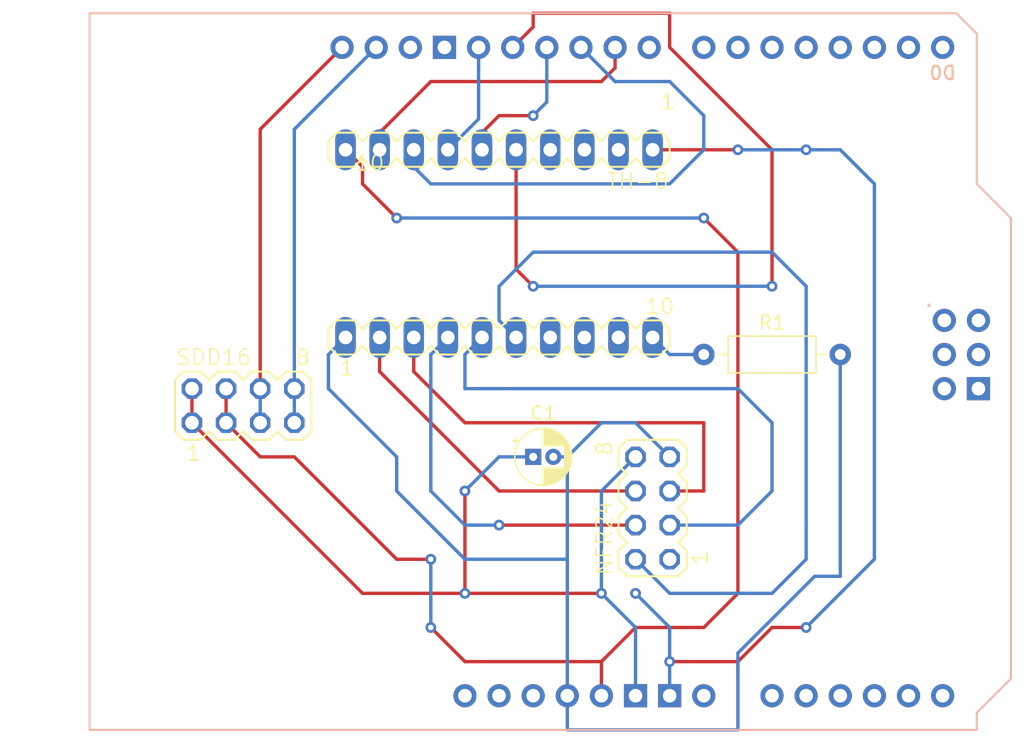
<source format=kicad_pcb>
(kicad_pcb (version 20221018) (generator pcbnew)
  (layers (0 "F.Cu" signal) (31 "B.Cu" signal) (34 "B.Paste" user) (35 "F.Paste" user) (36 "B.SilkS" user "B.Silkscreen") (37 "F.SilkS" user "F.Silkscreen") (38 "B.Mask" user) (39 "F.Mask" user) (44 "Edge.Cuts" user))
  (net 0 "")
  (footprint "Arduino_Shiel_Claudio_3:MA04-2" (layer "F.Cu") (at 59.69 102.87)
    (fp_text reference "SDD16" (at -5.08 -2.921) (layer "F.SilkS") (effects (font (size 1.1557 1.1557) (thickness 0.1143)) (justify left bottom)))
    (fp_text value "")
    (fp_text user "8" (at 3.81 -2.921) (layer "F.SilkS") (effects (font (size 1.143 1.143) (thickness 0.127)) (justify left bottom)))
    (fp_text user "1" (at -4.318 4.191) (layer "F.SilkS") (effects (font (size 1.143 1.143) (thickness 0.127)) (justify left bottom)))
    (fp_line (start -5.08 -1.905) (end -5.08 1.905) (stroke (width 0.1524)) (layer "F.SilkS"))
    (fp_line (start -5.08 1.905) (end -4.445 2.54) (stroke (width 0.1524)) (layer "F.SilkS"))
    (fp_line (start -4.445 -2.54) (end -5.08 -1.905) (stroke (width 0.1524)) (layer "F.SilkS"))
    (fp_line (start -4.445 -2.54) (end -3.175 -2.54) (stroke (width 0.1524)) (layer "F.SilkS"))
    (fp_line (start -3.175 -2.54) (end -2.54 -1.905) (stroke (width 0.1524)) (layer "F.SilkS"))
    (fp_line (start -3.175 2.54) (end -4.445 2.54) (stroke (width 0.1524)) (layer "F.SilkS"))
    (fp_line (start -2.54 -1.905) (end -1.905 -2.54) (stroke (width 0.1524)) (layer "F.SilkS"))
    (fp_line (start -2.54 1.905) (end -3.175 2.54) (stroke (width 0.1524)) (layer "F.SilkS"))
    (fp_line (start -1.905 -2.54) (end -0.635 -2.54) (stroke (width 0.1524)) (layer "F.SilkS"))
    (fp_line (start -1.905 2.54) (end -2.54 1.905) (stroke (width 0.1524)) (layer "F.SilkS"))
    (fp_line (start -0.635 -2.54) (end 0 -1.905) (stroke (width 0.1524)) (layer "F.SilkS"))
    (fp_line (start -0.635 2.54) (end -1.905 2.54) (stroke (width 0.1524)) (layer "F.SilkS"))
    (fp_line (start 0 -1.905) (end 0.635 -2.54) (stroke (width 0.1524)) (layer "F.SilkS"))
    (fp_line (start 0 1.905) (end -0.635 2.54) (stroke (width 0.1524)) (layer "F.SilkS"))
    (fp_line (start 0.635 -2.54) (end 1.905 -2.54) (stroke (width 0.1524)) (layer "F.SilkS"))
    (fp_line (start 0.635 2.54) (end 0 1.905) (stroke (width 0.1524)) (layer "F.SilkS"))
    (fp_line (start 1.905 -2.54) (end 2.54 -1.905) (stroke (width 0.1524)) (layer "F.SilkS"))
    (fp_line (start 1.905 2.54) (end 0.635 2.54) (stroke (width 0.1524)) (layer "F.SilkS"))
    (fp_line (start 2.54 1.905) (end 1.905 2.54) (stroke (width 0.1524)) (layer "F.SilkS"))
    (fp_line (start 2.54 1.905) (end 3.175 2.54) (stroke (width 0.1524)) (layer "F.SilkS"))
    (fp_line (start 3.175 -2.54) (end 2.54 -1.905) (stroke (width 0.1524)) (layer "F.SilkS"))
    (fp_line (start 3.175 -2.54) (end 4.445 -2.54) (stroke (width 0.1524)) (layer "F.SilkS"))
    (fp_line (start 4.445 -2.54) (end 5.08 -1.905) (stroke (width 0.1524)) (layer "F.SilkS"))
    (fp_line (start 4.445 2.54) (end 3.175 2.54) (stroke (width 0.1524)) (layer "F.SilkS"))
    (fp_line (start 5.08 -1.905) (end 5.08 1.905) (stroke (width 0.1524)) (layer "F.SilkS"))
    (fp_line (start 5.08 1.905) (end 4.445 2.54) (stroke (width 0.1524)) (layer "F.SilkS"))
    (pad "1" thru_hole roundrect (at -3.81 1.27) (size 1.524 1.524) (drill 1.016) (layers "*.Cu" "*.Mask") (chamfer_ratio 0.2928932188) (chamfer top_left top_right bottom_left bottom_right))
    (pad "2" thru_hole roundrect (at -3.81 -1.27) (size 1.524 1.524) (drill 1.016) (layers "*.Cu" "*.Mask") (chamfer_ratio 0.2928932188) (chamfer top_left top_right bottom_left bottom_right))
    (pad "3" thru_hole roundrect (at -1.27 1.27) (size 1.524 1.524) (drill 1.016) (layers "*.Cu" "*.Mask") (chamfer_ratio 0.2928932188) (chamfer top_left top_right bottom_left bottom_right))
    (pad "4" thru_hole roundrect (at -1.27 -1.27) (size 1.524 1.524) (drill 1.016) (layers "*.Cu" "*.Mask") (chamfer_ratio 0.2928932188) (chamfer top_left top_right bottom_left bottom_right))
    (pad "5" thru_hole roundrect (at 1.27 1.27) (size 1.524 1.524) (drill 1.016) (layers "*.Cu" "*.Mask") (chamfer_ratio 0.2928932188) (chamfer top_left top_right bottom_left bottom_right))
    (pad "6" thru_hole roundrect (at 1.27 -1.27) (size 1.524 1.524) (drill 1.016) (layers "*.Cu" "*.Mask") (chamfer_ratio 0.2928932188) (chamfer top_left top_right bottom_left bottom_right))
    (pad "7" thru_hole roundrect (at 3.81 1.27) (size 1.524 1.524) (drill 1.016) (layers "*.Cu" "*.Mask") (chamfer_ratio 0.2928932188) (chamfer top_left top_right bottom_left bottom_right))
    (pad "8" thru_hole roundrect (at 3.81 -1.27) (size 1.524 1.524) (drill 1.016) (layers "*.Cu" "*.Mask") (chamfer_ratio 0.2928932188) (chamfer top_left top_right bottom_left bottom_right))
  )
  (footprint "arduino-library:Arduino_Uno_R3_Shield" (layer "F.Cu") (at 48.26 127)
    (fp_text reference "A**" hide)
    (fp_text value "Arduino_Uno_R3_Shield" hide)
    (fp_text user "." (at 62.484 -32.004) (layer "B.SilkS"))
    (fp_text user "D0" (at 63.5 -48.895 unlocked) (layer "B.SilkS") (effects (justify mirror)))
    (fp_text user "." (at 62.484 -32.004) (layer "F.SilkS"))
    (fp_text user "D0" (at 63.5 -48.895 unlocked) (layer "F.SilkS"))
    (fp_line (start 0 -53.34) (end 0 0) (stroke (width 0.15)) (layer "B.SilkS"))
    (fp_line (start 0 -53.34) (end 64.516 -53.34) (stroke (width 0.15)) (layer "B.SilkS"))
    (fp_line (start 0 0) (end 66.04 0) (stroke (width 0.15)) (layer "B.SilkS"))
    (fp_line (start 64.516 -53.34) (end 66.04 -51.816) (stroke (width 0.15)) (layer "B.SilkS"))
    (fp_line (start 66.04 -40.64) (end 66.04 -51.816) (stroke (width 0.15)) (layer "B.SilkS"))
    (fp_line (start 66.04 -1.27) (end 68.58 -3.81) (stroke (width 0.15)) (layer "B.SilkS"))
    (fp_line (start 66.04 0) (end 66.04 -1.27) (stroke (width 0.15)) (layer "B.SilkS"))
    (fp_line (start 68.58 -38.1) (end 66.04 -40.64) (stroke (width 0.15)) (layer "B.SilkS"))
    (fp_line (start 68.58 -3.81) (end 68.58 -38.1) (stroke (width 0.15)) (layer "B.SilkS"))
    (pad "" np_thru_hole circle (at 13.97 -2.54) (size 3.2 3.2) (drill 3.2) (layers "*.Cu" "*.Mask"))
    (pad "" np_thru_hole circle (at 15.24 -50.8) (size 3.2 3.2) (drill 3.2) (layers "*.Cu" "*.Mask"))
    (pad "" thru_hole oval (at 27.94 -2.54) (size 1.7272 1.7272) (drill 1.016) (layers "*.Cu" "*.Mask"))
    (pad "" np_thru_hole circle (at 66.04 -35.56) (size 3.2 3.2) (drill 3.2) (layers "*.Cu" "*.Mask"))
    (pad "" np_thru_hole circle (at 66.04 -7.62) (size 3.2 3.2) (drill 3.2) (layers "*.Cu" "*.Mask"))
    (pad "3V3" thru_hole oval (at 35.56 -2.54) (size 1.7272 1.7272) (drill 1.016) (layers "*.Cu" "*.Mask"))
    (pad "5V1" thru_hole oval (at 38.1 -2.54) (size 1.7272 1.7272) (drill 1.016) (layers "*.Cu" "*.Mask"))
    (pad "5V2" thru_hole oval (at 66.167 -30.48) (size 1.7272 1.7272) (drill 1.016) (layers "*.Cu" "*.Mask"))
    (pad "A0" thru_hole oval (at 50.8 -2.54) (size 1.7272 1.7272) (drill 1.016) (layers "*.Cu" "*.Mask"))
    (pad "A1" thru_hole oval (at 53.34 -2.54) (size 1.7272 1.7272) (drill 1.016) (layers "*.Cu" "*.Mask"))
    (pad "A2" thru_hole oval (at 55.88 -2.54) (size 1.7272 1.7272) (drill 1.016) (layers "*.Cu" "*.Mask"))
    (pad "A3" thru_hole oval (at 58.42 -2.54) (size 1.7272 1.7272) (drill 1.016) (layers "*.Cu" "*.Mask"))
    (pad "A4" thru_hole oval (at 60.96 -2.54) (size 1.7272 1.7272) (drill 1.016) (layers "*.Cu" "*.Mask"))
    (pad "A5" thru_hole oval (at 63.5 -2.54) (size 1.7272 1.7272) (drill 1.016) (layers "*.Cu" "*.Mask"))
    (pad "AREF" thru_hole oval (at 23.876 -50.8) (size 1.7272 1.7272) (drill 1.016) (layers "*.Cu" "*.Mask"))
    (pad "D0" thru_hole oval (at 63.5 -50.8) (size 1.7272 1.7272) (drill 1.016) (layers "*.Cu" "*.Mask"))
    (pad "D1" thru_hole oval (at 60.96 -50.8) (size 1.7272 1.7272) (drill 1.016) (layers "*.Cu" "*.Mask"))
    (pad "D2" thru_hole oval (at 58.42 -50.8) (size 1.7272 1.7272) (drill 1.016) (layers "*.Cu" "*.Mask"))
    (pad "D3" thru_hole oval (at 55.88 -50.8) (size 1.7272 1.7272) (drill 1.016) (layers "*.Cu" "*.Mask"))
    (pad "D4" thru_hole oval (at 53.34 -50.8) (size 1.7272 1.7272) (drill 1.016) (layers "*.Cu" "*.Mask"))
    (pad "D5" thru_hole oval (at 50.8 -50.8) (size 1.7272 1.7272) (drill 1.016) (layers "*.Cu" "*.Mask"))
    (pad "D6" thru_hole oval (at 48.26 -50.8) (size 1.7272 1.7272) (drill 1.016) (layers "*.Cu" "*.Mask"))
    (pad "D7" thru_hole oval (at 45.72 -50.8) (size 1.7272 1.7272) (drill 1.016) (layers "*.Cu" "*.Mask"))
    (pad "D8" thru_hole oval (at 41.656 -50.8) (size 1.7272 1.7272) (drill 1.016) (layers "*.Cu" "*.Mask"))
    (pad "D9" thru_hole oval (at 39.116 -50.8) (size 1.7272 1.7272) (drill 1.016) (layers "*.Cu" "*.Mask"))
    (pad "D10" thru_hole oval (at 36.576 -50.8) (size 1.7272 1.7272) (drill 1.016) (layers "*.Cu" "*.Mask"))
    (pad "D11" thru_hole oval (at 34.036 -50.8) (size 1.7272 1.7272) (drill 1.016) (layers "*.Cu" "*.Mask"))
    (pad "D12" thru_hole oval (at 31.496 -50.8) (size 1.7272 1.7272) (drill 1.016) (layers "*.Cu" "*.Mask"))
    (pad "D13" thru_hole oval (at 28.956 -50.8) (size 1.7272 1.7272) (drill 1.016) (layers "*.Cu" "*.Mask"))
    (pad "GND1" thru_hole rect (at 26.416 -50.8) (size 1.7272 1.7272) (drill 1.016) (layers "*.Cu" "*.Mask"))
    (pad "GND2" thru_hole rect (at 40.64 -2.54) (size 1.7272 1.7272) (drill 1.016) (layers "*.Cu" "*.Mask"))
    (pad "GND3" thru_hole rect (at 43.18 -2.54) (size 1.7272 1.7272) (drill 1.016) (layers "*.Cu" "*.Mask"))
    (pad "GND4" thru_hole rect (at 66.167 -25.4) (size 1.7272 1.7272) (drill 1.016) (layers "*.Cu" "*.Mask"))
    (pad "IORF" thru_hole oval (at 30.48 -2.54) (size 1.7272 1.7272) (drill 1.016) (layers "*.Cu" "*.Mask"))
    (pad "MISO" thru_hole oval (at 63.627 -30.48) (size 1.7272 1.7272) (drill 1.016) (layers "*.Cu" "*.Mask"))
    (pad "MOSI" thru_hole oval (at 66.167 -27.94) (size 1.7272 1.7272) (drill 1.016) (layers "*.Cu" "*.Mask"))
    (pad "RST1" thru_hole oval (at 33.02 -2.54) (size 1.7272 1.7272) (drill 1.016) (layers "*.Cu" "*.Mask"))
    (pad "RST2" thru_hole oval (at 63.627 -25.4) (size 1.7272 1.7272) (drill 1.016) (layers "*.Cu" "*.Mask"))
    (pad "SCK" thru_hole oval (at 63.627 -27.94) (size 1.7272 1.7272) (drill 1.016) (layers "*.Cu" "*.Mask"))
    (pad "SCL" thru_hole oval (at 18.796 -50.8) (size 1.7272 1.7272) (drill 1.016) (layers "*.Cu" "*.Mask"))
    (pad "SDA" thru_hole oval (at 21.336 -50.8) (size 1.7272 1.7272) (drill 1.016) (layers "*.Cu" "*.Mask"))
    (pad "VIN" thru_hole oval (at 45.72 -2.54) (size 1.7272 1.7272) (drill 1.016) (layers "*.Cu" "*.Mask"))
  )
  (footprint "Arduino_Shiel_Claudio_3:MA10-1" (layer "F.Cu") (at 78.74 97.79)
    (fp_text reference "E$7" hide)
    (fp_text value "")
    (fp_text user "1" (at -11.938 2.921) (layer "F.SilkS") (effects (font (size 1.143 1.143) (thickness 0.127)) (justify left bottom)))
    (fp_text user "10" (at 10.795 -1.651) (layer "F.SilkS") (effects (font (size 1.143 1.143) (thickness 0.127)) (justify left bottom)))
    (fp_line (start -12.7 -0.635) (end -12.7 0.635) (stroke (width 0.1524)) (layer "F.SilkS"))
    (fp_line (start -12.7 0.635) (end -12.065 1.27) (stroke (width 0.1524)) (layer "F.SilkS"))
    (fp_line (start -12.065 -1.27) (end -12.7 -0.635) (stroke (width 0.1524)) (layer "F.SilkS"))
    (fp_line (start -12.065 -1.27) (end -10.795 -1.27) (stroke (width 0.1524)) (layer "F.SilkS"))
    (fp_line (start -10.795 -1.27) (end -10.16 -0.635) (stroke (width 0.1524)) (layer "F.SilkS"))
    (fp_line (start -10.795 1.27) (end -12.065 1.27) (stroke (width 0.1524)) (layer "F.SilkS"))
    (fp_line (start -10.16 -0.635) (end -9.525 -1.27) (stroke (width 0.1524)) (layer "F.SilkS"))
    (fp_line (start -10.16 0.635) (end -10.795 1.27) (stroke (width 0.1524)) (layer "F.SilkS"))
    (fp_line (start -9.525 -1.27) (end -8.255 -1.27) (stroke (width 0.1524)) (layer "F.SilkS"))
    (fp_line (start -9.525 1.27) (end -10.16 0.635) (stroke (width 0.1524)) (layer "F.SilkS"))
    (fp_line (start -8.255 -1.27) (end -7.62 -0.635) (stroke (width 0.1524)) (layer "F.SilkS"))
    (fp_line (start -8.255 1.27) (end -9.525 1.27) (stroke (width 0.1524)) (layer "F.SilkS"))
    (fp_line (start -7.62 -0.635) (end -6.985 -1.27) (stroke (width 0.1524)) (layer "F.SilkS"))
    (fp_line (start -7.62 0.635) (end -8.255 1.27) (stroke (width 0.1524)) (layer "F.SilkS"))
    (fp_line (start -6.985 -1.27) (end -5.715 -1.27) (stroke (width 0.1524)) (layer "F.SilkS"))
    (fp_line (start -6.985 1.27) (end -7.62 0.635) (stroke (width 0.1524)) (layer "F.SilkS"))
    (fp_line (start -5.715 -1.27) (end -5.08 -0.635) (stroke (width 0.1524)) (layer "F.SilkS"))
    (fp_line (start -5.715 1.27) (end -6.985 1.27) (stroke (width 0.1524)) (layer "F.SilkS"))
    (fp_line (start -5.08 0.635) (end -5.715 1.27) (stroke (width 0.1524)) (layer "F.SilkS"))
    (fp_line (start -5.08 0.635) (end -4.445 1.27) (stroke (width 0.1524)) (layer "F.SilkS"))
    (fp_line (start -4.445 -1.27) (end -5.08 -0.635) (stroke (width 0.1524)) (layer "F.SilkS"))
    (fp_line (start -4.445 -1.27) (end -3.175 -1.27) (stroke (width 0.1524)) (layer "F.SilkS"))
    (fp_line (start -3.175 -1.27) (end -2.54 -0.635) (stroke (width 0.1524)) (layer "F.SilkS"))
    (fp_line (start -3.175 1.27) (end -4.445 1.27) (stroke (width 0.1524)) (layer "F.SilkS"))
    (fp_line (start -2.54 0.635) (end -3.175 1.27) (stroke (width 0.1524)) (layer "F.SilkS"))
    (fp_line (start -2.54 0.635) (end -1.905 1.27) (stroke (width 0.1524)) (layer "F.SilkS"))
    (fp_line (start -1.905 -1.27) (end -2.54 -0.635) (stroke (width 0.1524)) (layer "F.SilkS"))
    (fp_line (start -1.905 -1.27) (end -0.635 -1.27) (stroke (width 0.1524)) (layer "F.SilkS"))
    (fp_line (start -0.635 -1.27) (end 0 -0.635) (stroke (width 0.1524)) (layer "F.SilkS"))
    (fp_line (start -0.635 1.27) (end -1.905 1.27) (stroke (width 0.1524)) (layer "F.SilkS"))
    (fp_line (start 0 -0.635) (end 0.635 -1.27) (stroke (width 0.1524)) (layer "F.SilkS"))
    (fp_line (start 0 0.635) (end -0.635 1.27) (stroke (width 0.1524)) (layer "F.SilkS"))
    (fp_line (start 0.635 -1.27) (end 1.905 -1.27) (stroke (width 0.1524)) (layer "F.SilkS"))
    (fp_line (start 0.635 1.27) (end 0 0.635) (stroke (width 0.1524)) (layer "F.SilkS"))
    (fp_line (start 1.905 -1.27) (end 2.54 -0.635) (stroke (width 0.1524)) (layer "F.SilkS"))
    (fp_line (start 1.905 1.27) (end 0.635 1.27) (stroke (width 0.1524)) (layer "F.SilkS"))
    (fp_line (start 2.54 -0.635) (end 3.175 -1.27) (stroke (width 0.1524)) (layer "F.SilkS"))
    (fp_line (start 2.54 0.635) (end 1.905 1.27) (stroke (width 0.1524)) (layer "F.SilkS"))
    (fp_line (start 3.175 -1.27) (end 4.445 -1.27) (stroke (width 0.1524)) (layer "F.SilkS"))
    (fp_line (start 3.175 1.27) (end 2.54 0.635) (stroke (width 0.1524)) (layer "F.SilkS"))
    (fp_line (start 4.445 -1.27) (end 5.08 -0.635) (stroke (width 0.1524)) (layer "F.SilkS"))
    (fp_line (start 4.445 1.27) (end 3.175 1.27) (stroke (width 0.1524)) (layer "F.SilkS"))
    (fp_line (start 5.08 0.635) (end 4.445 1.27) (stroke (width 0.1524)) (layer "F.SilkS"))
    (fp_line (start 5.08 0.635) (end 5.715 1.27) (stroke (width 0.1524)) (layer "F.SilkS"))
    (fp_line (start 5.715 -1.27) (end 5.08 -0.635) (stroke (width 0.1524)) (layer "F.SilkS"))
    (fp_line (start 5.715 -1.27) (end 6.985 -1.27) (stroke (width 0.1524)) (layer "F.SilkS"))
    (fp_line (start 6.985 -1.27) (end 7.62 -0.635) (stroke (width 0.1524)) (layer "F.SilkS"))
    (fp_line (start 6.985 1.27) (end 5.715 1.27) (stroke (width 0.1524)) (layer "F.SilkS"))
    (fp_line (start 7.62 0.635) (end 6.985 1.27) (stroke (width 0.1524)) (layer "F.SilkS"))
    (fp_line (start 7.62 0.635) (end 8.255 1.27) (stroke (width 0.1524)) (layer "F.SilkS"))
    (fp_line (start 8.255 -1.27) (end 7.62 -0.635) (stroke (width 0.1524)) (layer "F.SilkS"))
    (fp_line (start 8.255 -1.27) (end 9.525 -1.27) (stroke (width 0.1524)) (layer "F.SilkS"))
    (fp_line (start 9.525 -1.27) (end 10.16 -0.635) (stroke (width 0.1524)) (layer "F.SilkS"))
    (fp_line (start 9.525 1.27) (end 8.255 1.27) (stroke (width 0.1524)) (layer "F.SilkS"))
    (fp_line (start 10.16 -0.635) (end 10.795 -1.27) (stroke (width 0.1524)) (layer "F.SilkS"))
    (fp_line (start 10.16 0.635) (end 9.525 1.27) (stroke (width 0.1524)) (layer "F.SilkS"))
    (fp_line (start 10.795 -1.27) (end 12.065 -1.27) (stroke (width 0.1524)) (layer "F.SilkS"))
    (fp_line (start 10.795 1.27) (end 10.16 0.635) (stroke (width 0.1524)) (layer "F.SilkS"))
    (fp_line (start 12.065 -1.27) (end 12.7 -0.635) (stroke (width 0.1524)) (layer "F.SilkS"))
    (fp_line (start 12.065 1.27) (end 10.795 1.27) (stroke (width 0.1524)) (layer "F.SilkS"))
    (fp_line (start 12.7 -0.635) (end 12.7 0.635) (stroke (width 0.1524)) (layer "F.SilkS"))
    (fp_line (start 12.7 0.635) (end 12.065 1.27) (stroke (width 0.1524)) (layer "F.SilkS"))
    (pad "1" thru_hole oval (at -11.43 0 90) (size 3.048 1.524) (drill 1.016) (layers "*.Cu" "*.Mask"))
    (pad "2" thru_hole oval (at -8.89 0 90) (size 3.048 1.524) (drill 1.016) (layers "*.Cu" "*.Mask"))
    (pad "3" thru_hole oval (at -6.35 0 90) (size 3.048 1.524) (drill 1.016) (layers "*.Cu" "*.Mask"))
    (pad "4" thru_hole oval (at -3.81 0 90) (size 3.048 1.524) (drill 1.016) (layers "*.Cu" "*.Mask"))
    (pad "5" thru_hole oval (at -1.27 0 90) (size 3.048 1.524) (drill 1.016) (layers "*.Cu" "*.Mask"))
    (pad "6" thru_hole oval (at 1.27 0 90) (size 3.048 1.524) (drill 1.016) (layers "*.Cu" "*.Mask"))
    (pad "7" thru_hole oval (at 3.81 0 90) (size 3.048 1.524) (drill 1.016) (layers "*.Cu" "*.Mask"))
    (pad "8" thru_hole oval (at 6.35 0 90) (size 3.048 1.524) (drill 1.016) (layers "*.Cu" "*.Mask"))
    (pad "9" thru_hole oval (at 8.89 0 90) (size 3.048 1.524) (drill 1.016) (layers "*.Cu" "*.Mask"))
    (pad "10" thru_hole oval (at 11.43 0 90) (size 3.048 1.524) (drill 1.016) (layers "*.Cu" "*.Mask"))
  )
  (footprint "Resistor_THT:R_Axial_DIN0207_L6.3mm_D2.5mm_P10.16mm_Horizontal" (layer "F.Cu") (at 93.98 99.06)
    (fp_text reference "R1" (at 5.08 -2.37) (layer "F.SilkS"))
    (fp_text value "R_Axial_DIN0207_L6.3mm_D2.5mm_P10.16mm_Horizontal" hide)
    (fp_line (start 1.04 0) (end 1.81 0) (stroke (width 0.12)) (layer "F.SilkS"))
    (fp_line (start 1.81 -1.37) (end 1.81 1.37) (stroke (width 0.12)) (layer "F.SilkS"))
    (fp_line (start 1.81 1.37) (end 8.35 1.37) (stroke (width 0.12)) (layer "F.SilkS"))
    (fp_line (start 8.35 -1.37) (end 1.81 -1.37) (stroke (width 0.12)) (layer "F.SilkS"))
    (fp_line (start 8.35 1.37) (end 8.35 -1.37) (stroke (width 0.12)) (layer "F.SilkS"))
    (fp_line (start 9.12 0) (end 8.35 0) (stroke (width 0.12)) (layer "F.SilkS"))
    (pad "1" thru_hole circle (at 0 0) (size 1.6 1.6) (drill 0.8) (layers "*.Cu" "*.Mask"))
    (pad "2" thru_hole oval (at 10.16 0) (size 1.6 1.6) (drill 0.8) (layers "*.Cu" "*.Mask"))
  )
  (footprint "Arduino_Shiel_Claudio_3:MA04-2" (layer "F.Cu") (at 90.17 110.49 90)
    (fp_text reference "NFR24" (at -5.08 -2.921 90) (layer "F.SilkS") (effects (font (size 1.1557 1.1557) (thickness 0.1143)) (justify left bottom)))
    (fp_text value "")
    (fp_text user "8" (at 3.81 -2.921 90) (layer "F.SilkS") (effects (font (size 1.143 1.143) (thickness 0.127)) (justify left bottom)))
    (fp_text user "1" (at -4.318 4.191 90) (layer "F.SilkS") (effects (font (size 1.143 1.143) (thickness 0.127)) (justify left bottom)))
    (fp_line (start -5.08 -1.905) (end -5.08 1.905) (stroke (width 0.1524)) (layer "F.SilkS"))
    (fp_line (start -5.08 1.905) (end -4.445 2.54) (stroke (width 0.1524)) (layer "F.SilkS"))
    (fp_line (start -4.445 -2.54) (end -5.08 -1.905) (stroke (width 0.1524)) (layer "F.SilkS"))
    (fp_line (start -4.445 -2.54) (end -3.175 -2.54) (stroke (width 0.1524)) (layer "F.SilkS"))
    (fp_line (start -3.175 -2.54) (end -2.54 -1.905) (stroke (width 0.1524)) (layer "F.SilkS"))
    (fp_line (start -3.175 2.54) (end -4.445 2.54) (stroke (width 0.1524)) (layer "F.SilkS"))
    (fp_line (start -2.54 -1.905) (end -1.905 -2.54) (stroke (width 0.1524)) (layer "F.SilkS"))
    (fp_line (start -2.54 1.905) (end -3.175 2.54) (stroke (width 0.1524)) (layer "F.SilkS"))
    (fp_line (start -1.905 -2.54) (end -0.635 -2.54) (stroke (width 0.1524)) (layer "F.SilkS"))
    (fp_line (start -1.905 2.54) (end -2.54 1.905) (stroke (width 0.1524)) (layer "F.SilkS"))
    (fp_line (start -0.635 -2.54) (end 0 -1.905) (stroke (width 0.1524)) (layer "F.SilkS"))
    (fp_line (start -0.635 2.54) (end -1.905 2.54) (stroke (width 0.1524)) (layer "F.SilkS"))
    (fp_line (start 0 -1.905) (end 0.635 -2.54) (stroke (width 0.1524)) (layer "F.SilkS"))
    (fp_line (start 0 1.905) (end -0.635 2.54) (stroke (width 0.1524)) (layer "F.SilkS"))
    (fp_line (start 0.635 -2.54) (end 1.905 -2.54) (stroke (width 0.1524)) (layer "F.SilkS"))
    (fp_line (start 0.635 2.54) (end 0 1.905) (stroke (width 0.1524)) (layer "F.SilkS"))
    (fp_line (start 1.905 -2.54) (end 2.54 -1.905) (stroke (width 0.1524)) (layer "F.SilkS"))
    (fp_line (start 1.905 2.54) (end 0.635 2.54) (stroke (width 0.1524)) (layer "F.SilkS"))
    (fp_line (start 2.54 1.905) (end 1.905 2.54) (stroke (width 0.1524)) (layer "F.SilkS"))
    (fp_line (start 2.54 1.905) (end 3.175 2.54) (stroke (width 0.1524)) (layer "F.SilkS"))
    (fp_line (start 3.175 -2.54) (end 2.54 -1.905) (stroke (width 0.1524)) (layer "F.SilkS"))
    (fp_line (start 3.175 -2.54) (end 4.445 -2.54) (stroke (width 0.1524)) (layer "F.SilkS"))
    (fp_line (start 4.445 -2.54) (end 5.08 -1.905) (stroke (width 0.1524)) (layer "F.SilkS"))
    (fp_line (start 4.445 2.54) (end 3.175 2.54) (stroke (width 0.1524)) (layer "F.SilkS"))
    (fp_line (start 5.08 -1.905) (end 5.08 1.905) (stroke (width 0.1524)) (layer "F.SilkS"))
    (fp_line (start 5.08 1.905) (end 4.445 2.54) (stroke (width 0.1524)) (layer "F.SilkS"))
    (pad "1" thru_hole roundrect (at -3.81 1.27 90) (size 1.524 1.524) (drill 1.016) (layers "*.Cu" "*.Mask") (chamfer_ratio 0.2928932188) (chamfer top_left top_right bottom_left bottom_right))
    (pad "2" thru_hole roundrect (at -3.81 -1.27 90) (size 1.524 1.524) (drill 1.016) (layers "*.Cu" "*.Mask") (chamfer_ratio 0.2928932188) (chamfer top_left top_right bottom_left bottom_right))
    (pad "3" thru_hole roundrect (at -1.27 1.27 90) (size 1.524 1.524) (drill 1.016) (layers "*.Cu" "*.Mask") (chamfer_ratio 0.2928932188) (chamfer top_left top_right bottom_left bottom_right))
    (pad "4" thru_hole roundrect (at -1.27 -1.27 90) (size 1.524 1.524) (drill 1.016) (layers "*.Cu" "*.Mask") (chamfer_ratio 0.2928932188) (chamfer top_left top_right bottom_left bottom_right))
    (pad "5" thru_hole roundrect (at 1.27 1.27 90) (size 1.524 1.524) (drill 1.016) (layers "*.Cu" "*.Mask") (chamfer_ratio 0.2928932188) (chamfer top_left top_right bottom_left bottom_right))
    (pad "6" thru_hole roundrect (at 1.27 -1.27 90) (size 1.524 1.524) (drill 1.016) (layers "*.Cu" "*.Mask") (chamfer_ratio 0.2928932188) (chamfer top_left top_right bottom_left bottom_right))
    (pad "7" thru_hole roundrect (at 3.81 1.27 90) (size 1.524 1.524) (drill 1.016) (layers "*.Cu" "*.Mask") (chamfer_ratio 0.2928932188) (chamfer top_left top_right bottom_left bottom_right))
    (pad "8" thru_hole roundrect (at 3.81 -1.27 90) (size 1.524 1.524) (drill 1.016) (layers "*.Cu" "*.Mask") (chamfer_ratio 0.2928932188) (chamfer top_left top_right bottom_left bottom_right))
  )
  (footprint "Capacitor_THT:CP_Radial_D4.0mm_P1.50mm" (layer "F.Cu") (at 81.28 106.68)
    (fp_text reference "C1" (at 0.75 -3.25) (layer "F.SilkS"))
    (fp_text value "CP_Radial_D4.0mm_P1.50mm" hide)
    (fp_line (start -1.519801 -1.195) (end -1.119801 -1.195) (stroke (width 0.12)) (layer "F.SilkS"))
    (fp_line (start -1.319801 -1.395) (end -1.319801 -0.995) (stroke (width 0.12)) (layer "F.SilkS"))
    (fp_line (start 0.75 -2.08) (end 0.75 -0.84) (stroke (width 0.12)) (layer "F.SilkS"))
    (fp_line (start 0.75 0.84) (end 0.75 2.08) (stroke (width 0.12)) (layer "F.SilkS"))
    (fp_line (start 0.79 -2.08) (end 0.79 -0.84) (stroke (width 0.12)) (layer "F.SilkS"))
    (fp_line (start 0.79 0.84) (end 0.79 2.08) (stroke (width 0.12)) (layer "F.SilkS"))
    (fp_line (start 0.83 -2.079) (end 0.83 -0.84) (stroke (width 0.12)) (layer "F.SilkS"))
    (fp_line (start 0.83 0.84) (end 0.83 2.079) (stroke (width 0.12)) (layer "F.SilkS"))
    (fp_line (start 0.87 -2.077) (end 0.87 -0.84) (stroke (width 0.12)) (layer "F.SilkS"))
    (fp_line (start 0.87 0.84) (end 0.87 2.077) (stroke (width 0.12)) (layer "F.SilkS"))
    (fp_line (start 0.91 -2.074) (end 0.91 -0.84) (stroke (width 0.12)) (layer "F.SilkS"))
    (fp_line (start 0.91 0.84) (end 0.91 2.074) (stroke (width 0.12)) (layer "F.SilkS"))
    (fp_line (start 0.95 -2.071) (end 0.95 -0.84) (stroke (width 0.12)) (layer "F.SilkS"))
    (fp_line (start 0.95 0.84) (end 0.95 2.071) (stroke (width 0.12)) (layer "F.SilkS"))
    (fp_line (start 0.99 -2.067) (end 0.99 -0.84) (stroke (width 0.12)) (layer "F.SilkS"))
    (fp_line (start 0.99 0.84) (end 0.99 2.067) (stroke (width 0.12)) (layer "F.SilkS"))
    (fp_line (start 1.03 -2.062) (end 1.03 -0.84) (stroke (width 0.12)) (layer "F.SilkS"))
    (fp_line (start 1.03 0.84) (end 1.03 2.062) (stroke (width 0.12)) (layer "F.SilkS"))
    (fp_line (start 1.07 -2.056) (end 1.07 -0.84) (stroke (width 0.12)) (layer "F.SilkS"))
    (fp_line (start 1.07 0.84) (end 1.07 2.056) (stroke (width 0.12)) (layer "F.SilkS"))
    (fp_line (start 1.11 -2.05) (end 1.11 -0.84) (stroke (width 0.12)) (layer "F.SilkS"))
    (fp_line (start 1.11 0.84) (end 1.11 2.05) (stroke (width 0.12)) (layer "F.SilkS"))
    (fp_line (start 1.15 -2.042) (end 1.15 -0.84) (stroke (width 0.12)) (layer "F.SilkS"))
    (fp_line (start 1.15 0.84) (end 1.15 2.042) (stroke (width 0.12)) (layer "F.SilkS"))
    (fp_line (start 1.19 -2.034) (end 1.19 -0.84) (stroke (width 0.12)) (layer "F.SilkS"))
    (fp_line (start 1.19 0.84) (end 1.19 2.034) (stroke (width 0.12)) (layer "F.SilkS"))
    (fp_line (start 1.23 -2.025) (end 1.23 -0.84) (stroke (width 0.12)) (layer "F.SilkS"))
    (fp_line (start 1.23 0.84) (end 1.23 2.025) (stroke (width 0.12)) (layer "F.SilkS"))
    (fp_line (start 1.27 -2.016) (end 1.27 -0.84) (stroke (width 0.12)) (layer "F.SilkS"))
    (fp_line (start 1.27 0.84) (end 1.27 2.016) (stroke (width 0.12)) (layer "F.SilkS"))
    (fp_line (start 1.31 -2.005) (end 1.31 -0.84) (stroke (width 0.12)) (layer "F.SilkS"))
    (fp_line (start 1.31 0.84) (end 1.31 2.005) (stroke (width 0.12)) (layer "F.SilkS"))
    (fp_line (start 1.35 -1.994) (end 1.35 -0.84) (stroke (width 0.12)) (layer "F.SilkS"))
    (fp_line (start 1.35 0.84) (end 1.35 1.994) (stroke (width 0.12)) (layer "F.SilkS"))
    (fp_line (start 1.39 -1.982) (end 1.39 -0.84) (stroke (width 0.12)) (layer "F.SilkS"))
    (fp_line (start 1.39 0.84) (end 1.39 1.982) (stroke (width 0.12)) (layer "F.SilkS"))
    (fp_line (start 1.43 -1.968) (end 1.43 -0.84) (stroke (width 0.12)) (layer "F.SilkS"))
    (fp_line (start 1.43 0.84) (end 1.43 1.968) (stroke (width 0.12)) (layer "F.SilkS"))
    (fp_line (start 1.471 -1.954) (end 1.471 -0.84) (stroke (width 0.12)) (layer "F.SilkS"))
    (fp_line (start 1.471 0.84) (end 1.471 1.954) (stroke (width 0.12)) (layer "F.SilkS"))
    (fp_line (start 1.511 -1.94) (end 1.511 -0.84) (stroke (width 0.12)) (layer "F.SilkS"))
    (fp_line (start 1.511 0.84) (end 1.511 1.94) (stroke (width 0.12)) (layer "F.SilkS"))
    (fp_line (start 1.551 -1.924) (end 1.551 -0.84) (stroke (width 0.12)) (layer "F.SilkS"))
    (fp_line (start 1.551 0.84) (end 1.551 1.924) (stroke (width 0.12)) (layer "F.SilkS"))
    (fp_line (start 1.591 -1.907) (end 1.591 -0.84) (stroke (width 0.12)) (layer "F.SilkS"))
    (fp_line (start 1.591 0.84) (end 1.591 1.907) (stroke (width 0.12)) (layer "F.SilkS"))
    (fp_line (start 1.631 -1.889) (end 1.631 -0.84) (stroke (width 0.12)) (layer "F.SilkS"))
    (fp_line (start 1.631 0.84) (end 1.631 1.889) (stroke (width 0.12)) (layer "F.SilkS"))
    (fp_line (start 1.671 -1.87) (end 1.671 -0.84) (stroke (width 0.12)) (layer "F.SilkS"))
    (fp_line (start 1.671 0.84) (end 1.671 1.87) (stroke (width 0.12)) (layer "F.SilkS"))
    (fp_line (start 1.711 -1.851) (end 1.711 -0.84) (stroke (width 0.12)) (layer "F.SilkS"))
    (fp_line (start 1.711 0.84) (end 1.711 1.851) (stroke (width 0.12)) (layer "F.SilkS"))
    (fp_line (start 1.751 -1.83) (end 1.751 -0.84) (stroke (width 0.12)) (layer "F.SilkS"))
    (fp_line (start 1.751 0.84) (end 1.751 1.83) (stroke (width 0.12)) (layer "F.SilkS"))
    (fp_line (start 1.791 -1.808) (end 1.791 -0.84) (stroke (width 0.12)) (layer "F.SilkS"))
    (fp_line (start 1.791 0.84) (end 1.791 1.808) (stroke (width 0.12)) (layer "F.SilkS"))
    (fp_line (start 1.831 -1.785) (end 1.831 -0.84) (stroke (width 0.12)) (layer "F.SilkS"))
    (fp_line (start 1.831 0.84) (end 1.831 1.785) (stroke (width 0.12)) (layer "F.SilkS"))
    (fp_line (start 1.871 -1.76) (end 1.871 -0.84) (stroke (width 0.12)) (layer "F.SilkS"))
    (fp_line (start 1.871 0.84) (end 1.871 1.76) (stroke (width 0.12)) (layer "F.SilkS"))
    (fp_line (start 1.911 -1.735) (end 1.911 -0.84) (stroke (width 0.12)) (layer "F.SilkS"))
    (fp_line (start 1.911 0.84) (end 1.911 1.735) (stroke (width 0.12)) (layer "F.SilkS"))
    (fp_line (start 1.951 -1.708) (end 1.951 -0.84) (stroke (width 0.12)) (layer "F.SilkS"))
    (fp_line (start 1.951 0.84) (end 1.951 1.708) (stroke (width 0.12)) (layer "F.SilkS"))
    (fp_line (start 1.991 -1.68) (end 1.991 -0.84) (stroke (width 0.12)) (layer "F.SilkS"))
    (fp_line (start 1.991 0.84) (end 1.991 1.68) (stroke (width 0.12)) (layer "F.SilkS"))
    (fp_line (start 2.031 -1.65) (end 2.031 -0.84) (stroke (width 0.12)) (layer "F.SilkS"))
    (fp_line (start 2.031 0.84) (end 2.031 1.65) (stroke (width 0.12)) (layer "F.SilkS"))
    (fp_line (start 2.071 -1.619) (end 2.071 -0.84) (stroke (width 0.12)) (layer "F.SilkS"))
    (fp_line (start 2.071 0.84) (end 2.071 1.619) (stroke (width 0.12)) (layer "F.SilkS"))
    (fp_line (start 2.111 -1.587) (end 2.111 -0.84) (stroke (width 0.12)) (layer "F.SilkS"))
    (fp_line (start 2.111 0.84) (end 2.111 1.587) (stroke (width 0.12)) (layer "F.SilkS"))
    (fp_line (start 2.151 -1.552) (end 2.151 -0.84) (stroke (width 0.12)) (layer "F.SilkS"))
    (fp_line (start 2.151 0.84) (end 2.151 1.552) (stroke (width 0.12)) (layer "F.SilkS"))
    (fp_line (start 2.191 -1.516) (end 2.191 -0.84) (stroke (width 0.12)) (layer "F.SilkS"))
    (fp_line (start 2.191 0.84) (end 2.191 1.516) (stroke (width 0.12)) (layer "F.SilkS"))
    (fp_line (start 2.231 -1.478) (end 2.231 -0.84) (stroke (width 0.12)) (layer "F.SilkS"))
    (fp_line (start 2.231 0.84) (end 2.231 1.478) (stroke (width 0.12)) (layer "F.SilkS"))
    (fp_line (start 2.271 -1.438) (end 2.271 -0.84) (stroke (width 0.12)) (layer "F.SilkS"))
    (fp_line (start 2.271 0.84) (end 2.271 1.438) (stroke (width 0.12)) (layer "F.SilkS"))
    (fp_line (start 2.311 -1.396) (end 2.311 -0.84) (stroke (width 0.12)) (layer "F.SilkS"))
    (fp_line (start 2.311 0.84) (end 2.311 1.396) (stroke (width 0.12)) (layer "F.SilkS"))
    (fp_line (start 2.351 -1.351) (end 2.351 1.351) (stroke (width 0.12)) (layer "F.SilkS"))
    (fp_line (start 2.391 -1.304) (end 2.391 1.304) (stroke (width 0.12)) (layer "F.SilkS"))
    (fp_line (start 2.431 -1.254) (end 2.431 1.254) (stroke (width 0.12)) (layer "F.SilkS"))
    (fp_line (start 2.471 -1.2) (end 2.471 1.2) (stroke (width 0.12)) (layer "F.SilkS"))
    (fp_line (start 2.511 -1.142) (end 2.511 1.142) (stroke (width 0.12)) (layer "F.SilkS"))
    (fp_line (start 2.551 -1.08) (end 2.551 1.08) (stroke (width 0.12)) (layer "F.SilkS"))
    (fp_line (start 2.591 -1.013) (end 2.591 1.013) (stroke (width 0.12)) (layer "F.SilkS"))
    (fp_line (start 2.631 -0.94) (end 2.631 0.94) (stroke (width 0.12)) (layer "F.SilkS"))
    (fp_line (start 2.671 -0.859) (end 2.671 0.859) (stroke (width 0.12)) (layer "F.SilkS"))
    (fp_line (start 2.711 -0.768) (end 2.711 0.768) (stroke (width 0.12)) (layer "F.SilkS"))
    (fp_line (start 2.751 -0.664) (end 2.751 0.664) (stroke (width 0.12)) (layer "F.SilkS"))
    (fp_line (start 2.791 -0.537) (end 2.791 0.537) (stroke (width 0.12)) (layer "F.SilkS"))
    (fp_line (start 2.831 -0.37) (end 2.831 0.37) (stroke (width 0.12)) (layer "F.SilkS"))
    (fp_circle (center 0.75 0) (end 2.87 0) (stroke (width 0.12)) (fill none) (layer "F.SilkS"))
    (pad "1" thru_hole rect (at 0 0) (size 1.2 1.2) (drill 0.6) (layers "*.Cu" "*.Mask"))
    (pad "2" thru_hole circle (at 1.5 0) (size 1.2 1.2) (drill 0.6) (layers "*.Cu" "*.Mask"))
  )
  (footprint "Arduino_Shiel_Claudio_3:MA10-1" (layer "F.Cu") (at 78.74 83.82 180)
    (fp_text reference "TH-8" (at -12.7 -1.651) (layer "F.SilkS") (effects (font (size 1.1557 1.1557) (thickness 0.1143)) (justify right top)))
    (fp_text value "")
    (fp_text user "10" (at 10.795 -1.651 180) (layer "F.SilkS") (effects (font (size 1.143 1.143) (thickness 0.127)) (justify left bottom)))
    (fp_text user "1" (at -11.938 2.921 180) (layer "F.SilkS") (effects (font (size 1.143 1.143) (thickness 0.127)) (justify left bottom)))
    (fp_line (start -12.7 -0.635) (end -12.7 0.635) (stroke (width 0.1524)) (layer "F.SilkS"))
    (fp_line (start -12.7 0.635) (end -12.065 1.27) (stroke (width 0.1524)) (layer "F.SilkS"))
    (fp_line (start -12.065 -1.27) (end -12.7 -0.635) (stroke (width 0.1524)) (layer "F.SilkS"))
    (fp_line (start -12.065 -1.27) (end -10.795 -1.27) (stroke (width 0.1524)) (layer "F.SilkS"))
    (fp_line (start -10.795 -1.27) (end -10.16 -0.635) (stroke (width 0.1524)) (layer "F.SilkS"))
    (fp_line (start -10.795 1.27) (end -12.065 1.27) (stroke (width 0.1524)) (layer "F.SilkS"))
    (fp_line (start -10.16 -0.635) (end -9.525 -1.27) (stroke (width 0.1524)) (layer "F.SilkS"))
    (fp_line (start -10.16 0.635) (end -10.795 1.27) (stroke (width 0.1524)) (layer "F.SilkS"))
    (fp_line (start -9.525 -1.27) (end -8.255 -1.27) (stroke (width 0.1524)) (layer "F.SilkS"))
    (fp_line (start -9.525 1.27) (end -10.16 0.635) (stroke (width 0.1524)) (layer "F.SilkS"))
    (fp_line (start -8.255 -1.27) (end -7.62 -0.635) (stroke (width 0.1524)) (layer "F.SilkS"))
    (fp_line (start -8.255 1.27) (end -9.525 1.27) (stroke (width 0.1524)) (layer "F.SilkS"))
    (fp_line (start -7.62 -0.635) (end -6.985 -1.27) (stroke (width 0.1524)) (layer "F.SilkS"))
    (fp_line (start -7.62 0.635) (end -8.255 1.27) (stroke (width 0.1524)) (layer "F.SilkS"))
    (fp_line (start -6.985 -1.27) (end -5.715 -1.27) (stroke (width 0.1524)) (layer "F.SilkS"))
    (fp_line (start -6.985 1.27) (end -7.62 0.635) (stroke (width 0.1524)) (layer "F.SilkS"))
    (fp_line (start -5.715 -1.27) (end -5.08 -0.635) (stroke (width 0.1524)) (layer "F.SilkS"))
    (fp_line (start -5.715 1.27) (end -6.985 1.27) (stroke (width 0.1524)) (layer "F.SilkS"))
    (fp_line (start -5.08 0.635) (end -5.715 1.27) (stroke (width 0.1524)) (layer "F.SilkS"))
    (fp_line (start -5.08 0.635) (end -4.445 1.27) (stroke (width 0.1524)) (layer "F.SilkS"))
    (fp_line (start -4.445 -1.27) (end -5.08 -0.635) (stroke (width 0.1524)) (layer "F.SilkS"))
    (fp_line (start -4.445 -1.27) (end -3.175 -1.27) (stroke (width 0.1524)) (layer "F.SilkS"))
    (fp_line (start -3.175 -1.27) (end -2.54 -0.635) (stroke (width 0.1524)) (layer "F.SilkS"))
    (fp_line (start -3.175 1.27) (end -4.445 1.27) (stroke (width 0.1524)) (layer "F.SilkS"))
    (fp_line (start -2.54 0.635) (end -3.175 1.27) (stroke (width 0.1524)) (layer "F.SilkS"))
    (fp_line (start -2.54 0.635) (end -1.905 1.27) (stroke (width 0.1524)) (layer "F.SilkS"))
    (fp_line (start -1.905 -1.27) (end -2.54 -0.635) (stroke (width 0.1524)) (layer "F.SilkS"))
    (fp_line (start -1.905 -1.27) (end -0.635 -1.27) (stroke (width 0.1524)) (layer "F.SilkS"))
    (fp_line (start -0.635 -1.27) (end 0 -0.635) (stroke (width 0.1524)) (layer "F.SilkS"))
    (fp_line (start -0.635 1.27) (end -1.905 1.27) (stroke (width 0.1524)) (layer "F.SilkS"))
    (fp_line (start 0 -0.635) (end 0.635 -1.27) (stroke (width 0.1524)) (layer "F.SilkS"))
    (fp_line (start 0 0.635) (end -0.635 1.27) (stroke (width 0.1524)) (layer "F.SilkS"))
    (fp_line (start 0.635 -1.27) (end 1.905 -1.27) (stroke (width 0.1524)) (layer "F.SilkS"))
    (fp_line (start 0.635 1.27) (end 0 0.635) (stroke (width 0.1524)) (layer "F.SilkS"))
    (fp_line (start 1.905 -1.27) (end 2.54 -0.635) (stroke (width 0.1524)) (layer "F.SilkS"))
    (fp_line (start 1.905 1.27) (end 0.635 1.27) (stroke (width 0.1524)) (layer "F.SilkS"))
    (fp_line (start 2.54 -0.635) (end 3.175 -1.27) (stroke (width 0.1524)) (layer "F.SilkS"))
    (fp_line (start 2.54 0.635) (end 1.905 1.27) (stroke (width 0.1524)) (layer "F.SilkS"))
    (fp_line (start 3.175 -1.27) (end 4.445 -1.27) (stroke (width 0.1524)) (layer "F.SilkS"))
    (fp_line (start 3.175 1.27) (end 2.54 0.635) (stroke (width 0.1524)) (layer "F.SilkS"))
    (fp_line (start 4.445 -1.27) (end 5.08 -0.635) (stroke (width 0.1524)) (layer "F.SilkS"))
    (fp_line (start 4.445 1.27) (end 3.175 1.27) (stroke (width 0.1524)) (layer "F.SilkS"))
    (fp_line (start 5.08 0.635) (end 4.445 1.27) (stroke (width 0.1524)) (layer "F.SilkS"))
    (fp_line (start 5.08 0.635) (end 5.715 1.27) (stroke (width 0.1524)) (layer "F.SilkS"))
    (fp_line (start 5.715 -1.27) (end 5.08 -0.635) (stroke (width 0.1524)) (layer "F.SilkS"))
    (fp_line (start 5.715 -1.27) (end 6.985 -1.27) (stroke (width 0.1524)) (layer "F.SilkS"))
    (fp_line (start 6.985 -1.27) (end 7.62 -0.635) (stroke (width 0.1524)) (layer "F.SilkS"))
    (fp_line (start 6.985 1.27) (end 5.715 1.27) (stroke (width 0.1524)) (layer "F.SilkS"))
    (fp_line (start 7.62 0.635) (end 6.985 1.27) (stroke (width 0.1524)) (layer "F.SilkS"))
    (fp_line (start 7.62 0.635) (end 8.255 1.27) (stroke (width 0.1524)) (layer "F.SilkS"))
    (fp_line (start 8.255 -1.27) (end 7.62 -0.635) (stroke (width 0.1524)) (layer "F.SilkS"))
    (fp_line (start 8.255 -1.27) (end 9.525 -1.27) (stroke (width 0.1524)) (layer "F.SilkS"))
    (fp_line (start 9.525 -1.27) (end 10.16 -0.635) (stroke (width 0.1524)) (layer "F.SilkS"))
    (fp_line (start 9.525 1.27) (end 8.255 1.27) (stroke (width 0.1524)) (layer "F.SilkS"))
    (fp_line (start 10.16 -0.635) (end 10.795 -1.27) (stroke (width 0.1524)) (layer "F.SilkS"))
    (fp_line (start 10.16 0.635) (end 9.525 1.27) (stroke (width 0.1524)) (layer "F.SilkS"))
    (fp_line (start 10.795 -1.27) (end 12.065 -1.27) (stroke (width 0.1524)) (layer "F.SilkS"))
    (fp_line (start 10.795 1.27) (end 10.16 0.635) (stroke (width 0.1524)) (layer "F.SilkS"))
    (fp_line (start 12.065 -1.27) (end 12.7 -0.635) (stroke (width 0.1524)) (layer "F.SilkS"))
    (fp_line (start 12.065 1.27) (end 10.795 1.27) (stroke (width 0.1524)) (layer "F.SilkS"))
    (fp_line (start 12.7 -0.635) (end 12.7 0.635) (stroke (width 0.1524)) (layer "F.SilkS"))
    (fp_line (start 12.7 0.635) (end 12.065 1.27) (stroke (width 0.1524)) (layer "F.SilkS"))
    (pad "1" thru_hole oval (at -11.43 0 270) (size 3.048 1.524) (drill 1.016) (layers "*.Cu" "*.Mask"))
    (pad "2" thru_hole oval (at -8.89 0 270) (size 3.048 1.524) (drill 1.016) (layers "*.Cu" "*.Mask"))
    (pad "3" thru_hole oval (at -6.35 0 270) (size 3.048 1.524) (drill 1.016) (layers "*.Cu" "*.Mask"))
    (pad "4" thru_hole oval (at -3.81 0 270) (size 3.048 1.524) (drill 1.016) (layers "*.Cu" "*.Mask"))
    (pad "5" thru_hole oval (at -1.27 0 270) (size 3.048 1.524) (drill 1.016) (layers "*.Cu" "*.Mask"))
    (pad "6" thru_hole oval (at 1.27 0 270) (size 3.048 1.524) (drill 1.016) (layers "*.Cu" "*.Mask"))
    (pad "7" thru_hole oval (at 3.81 0 270) (size 3.048 1.524) (drill 1.016) (layers "*.Cu" "*.Mask"))
    (pad "8" thru_hole oval (at 6.35 0 270) (size 3.048 1.524) (drill 1.016) (layers "*.Cu" "*.Mask"))
    (pad "9" thru_hole oval (at 8.89 0 270) (size 3.048 1.524) (drill 1.016) (layers "*.Cu" "*.Mask"))
    (pad "10" thru_hole oval (at 11.43 0 270) (size 3.048 1.524) (drill 1.016) (layers "*.Cu" "*.Mask"))
  )
  (segment (start 93.98 121.92) (end 91.44 121.92) (width 0.25) (layer "F.Cu") (net 0))
  (segment (start 80.01 92.71) (end 81.28 93.98) (width 0.25) (layer "F.Cu") (net 0))
  (segment (start 96.52 116.84) (end 96.52 91.44) (width 0.25) (layer "F.Cu") (net 0))
  (segment (start 71.12 88.9) (end 68.58 86.36) (width 0.25) (layer "F.Cu") (net 0))
  (segment (start 77.47 82.55) (end 78.74 81.28) (width 0.25) (layer "F.Cu") (net 0))
  (segment (start 72.39 100.33) (end 72.39 97.79) (width 0.25) (layer "F.Cu") (net 0))
  (segment (start 81.28 74.676) (end 79.756 76.2) (width 0.25) (layer "F.Cu") (net 0))
  (segment (start 86.36 124.46) (end 86.36 121.92) (width 0.25) (layer "F.Cu") (net 0))
  (segment (start 73.66 78.74) (end 69.85 82.55) (width 0.25) (layer "F.Cu") (net 0))
  (segment (start 91.44 109.22) (end 93.98 109.22) (width 0.25) (layer "F.Cu") (net 0))
  (segment (start 73.66 114.3) (end 71.12 114.3) (width 0.25) (layer "F.Cu") (net 0))
  (segment (start 96.52 121.92) (end 93.98 121.92) (width 0.25) (layer "F.Cu") (net 0))
  (segment (start 68.58 116.84) (end 76.2 116.84) (width 0.25) (layer "F.Cu") (net 0))
  (segment (start 93.98 109.22) (end 93.98 104.14) (width 0.25) (layer "F.Cu") (net 0))
  (segment (start 77.47 83.82) (end 77.47 82.55) (width 0) (layer "F.Cu") (net 0))
  (segment (start 87.376 76.2) (end 87.376 77.724) (width 0.25) (layer "F.Cu") (net 0))
  (segment (start 99.06 119.38) (end 96.52 121.92) (width 0.25) (layer "F.Cu") (net 0))
  (segment (start 76.2 116.84) (end 86.36 116.84) (width 0.25) (layer "F.Cu") (net 0))
  (segment (start 60.96 106.68) (end 58.42 104.14) (width 0.25) (layer "F.Cu") (net 0))
  (segment (start 76.2 116.84) (end 76.2 109.22) (width 0.25) (layer "F.Cu") (net 0))
  (segment (start 101.6 119.38) (end 99.06 119.38) (width 0.25) (layer "F.Cu") (net 0))
  (segment (start 99.06 93.98) (end 99.06 83.82) (width 0.25) (layer "F.Cu") (net 0))
  (segment (start 68.58 85.09) (end 67.31 83.82) (width 0.25) (layer "F.Cu") (net 0))
  (segment (start 80.01 83.82) (end 80.01 82.55) (width 0) (layer "F.Cu") (net 0))
  (segment (start 80.01 83.82) (end 80.01 92.71) (width 0.25) (layer "F.Cu") (net 0))
  (segment (start 91.44 76.2) (end 91.44 73.66) (width 0.25) (layer "F.Cu") (net 0))
  (segment (start 76.2 121.92) (end 73.66 119.38) (width 0.25) (layer "F.Cu") (net 0))
  (segment (start 76.2 104.14) (end 72.39 100.33) (width 0.25) (layer "F.Cu") (net 0))
  (segment (start 55.88 104.14) (end 68.58 116.84) (width 0.25) (layer "F.Cu") (net 0))
  (segment (start 69.85 100.33) (end 69.85 97.79) (width 0.25) (layer "F.Cu") (net 0))
  (segment (start 87.376 77.724) (end 86.36 78.74) (width 0.25) (layer "F.Cu") (net 0))
  (segment (start 93.98 119.38) (end 96.52 116.84) (width 0.25) (layer "F.Cu") (net 0))
  (segment (start 69.85 82.55) (end 69.85 83.82) (width 0.25) (layer "F.Cu") (net 0))
  (segment (start 86.36 121.92) (end 76.2 121.92) (width 0.25) (layer "F.Cu") (net 0))
  (segment (start 99.06 83.82) (end 96.52 81.28) (width 0.25) (layer "F.Cu") (net 0))
  (segment (start 93.98 104.14) (end 76.2 104.14) (width 0.25) (layer "F.Cu") (net 0))
  (segment (start 88.9 111.76) (end 78.74 111.76) (width 0.25) (layer "F.Cu") (net 0))
  (segment (start 55.88 101.6) (end 55.88 104.14) (width 0.25) (layer "F.Cu") (net 0))
  (segment (start 81.28 73.66) (end 81.28 74.676) (width 0.25) (layer "F.Cu") (net 0))
  (segment (start 63.5 106.68) (end 60.96 106.68) (width 0.25) (layer "F.Cu") (net 0))
  (segment (start 60.96 101.6) (end 60.96 82.296) (width 0.25) (layer "F.Cu") (net 0))
  (segment (start 91.44 73.66) (end 81.28 73.66) (width 0.25) (layer "F.Cu") (net 0))
  (segment (start 90.17 83.82) (end 96.52 83.82) (width 0.25) (layer "F.Cu") (net 0))
  (segment (start 78.74 109.22) (end 69.85 100.33) (width 0.25) (layer "F.Cu") (net 0))
  (segment (start 88.9 109.22) (end 78.74 109.22) (width 0.25) (layer "F.Cu") (net 0))
  (segment (start 74.93 83.82) (end 74.93 85.09) (width 0) (layer "F.Cu") (net 0))
  (segment (start 96.52 91.44) (end 93.98 88.9) (width 0.25) (layer "F.Cu") (net 0))
  (segment (start 86.36 121.92) (end 88.9 119.38) (width 0.25) (layer "F.Cu") (net 0))
  (segment (start 96.52 81.28) (end 91.44 76.2) (width 0.25) (layer "F.Cu") (net 0))
  (segment (start 78.74 81.28) (end 81.28 81.28) (width 0.25) (layer "F.Cu") (net 0))
  (segment (start 71.12 114.3) (end 63.5 106.68) (width 0.25) (layer "F.Cu") (net 0))
  (segment (start 60.96 82.296) (end 67.056 76.2) (width 0.25) (layer "F.Cu") (net 0))
  (segment (start 68.58 86.36) (end 68.58 85.09) (width 0.25) (layer "F.Cu") (net 0))
  (segment (start 58.42 101.6) (end 58.42 104.14) (width 0.25) (layer "F.Cu") (net 0))
  (segment (start 86.36 78.74) (end 73.66 78.74) (width 0.25) (layer "F.Cu") (net 0))
  (segment (start 88.9 119.38) (end 93.98 119.38) (width 0.25) (layer "F.Cu") (net 0))
  (via (at 76.2 109.22) (size 0.8) (drill 0.4) (layers "F.Cu" "B.Cu") (net 0))
  (via (at 86.36 116.84) (size 0.8) (drill 0.4) (layers "F.Cu" "B.Cu") (net 0))
  (via (at 93.98 88.9) (size 0.8) (drill 0.4) (layers "F.Cu" "B.Cu") (net 0))
  (via (at 96.52 83.82) (size 0.8) (drill 0.4) (layers "F.Cu" "B.Cu") (net 0))
  (via (at 101.6 119.38) (size 0.8) (drill 0.4) (layers "F.Cu" "B.Cu") (net 0))
  (via (at 78.74 111.76) (size 0.8) (drill 0.4) (layers "F.Cu" "B.Cu") (net 0))
  (via (at 76.2 116.84) (size 0.8) (drill 0.4) (layers "F.Cu" "B.Cu") (net 0))
  (via (at 91.44 121.92) (size 0.8) (drill 0.4) (layers "F.Cu" "B.Cu") (net 0))
  (via (at 81.28 93.98) (size 0.8) (drill 0.4) (layers "F.Cu" "B.Cu") (net 0))
  (via (at 88.9 116.84) (size 0.8) (drill 0.4) (layers "F.Cu" "B.Cu") (net 0))
  (via (at 81.28 81.28) (size 0.8) (drill 0.4) (layers "F.Cu" "B.Cu") (net 0))
  (via (at 71.12 88.9) (size 0.8) (drill 0.4) (layers "F.Cu" "B.Cu") (net 0))
  (via (at 73.66 114.3) (size 0.8) (drill 0.4) (layers "F.Cu" "B.Cu") (net 0))
  (via (at 99.06 93.98) (size 0.8) (drill 0.4) (layers "F.Cu" "B.Cu") (net 0))
  (via (at 73.66 119.38) (size 0.8) (drill 0.4) (layers "F.Cu" "B.Cu") (net 0))
  (via (at 101.6 83.82) (size 0.8) (drill 0.4) (layers "F.Cu" "B.Cu") (net 0))
  (segment (start 73.66 119.38) (end 73.66 114.3) (width 0.25) (layer "B.Cu") (net 0))
  (segment (start 96.52 83.82) (end 101.6 83.82) (width 0.25) (layer "B.Cu") (net 0))
  (segment (start 96.52 127) (end 83.82 127) (width 0.25) (layer "B.Cu") (net 0))
  (segment (start 96.52 101.6) (end 78.74 101.6) (width 0.25) (layer "B.Cu") (net 0))
  (segment (start 66.04 99.06) (end 66.04 101.6) (width 0.25) (layer "B.Cu") (net 0))
  (segment (start 101.6 114.3) (end 99.06 116.84) (width 0.25) (layer "B.Cu") (net 0))
  (segment (start 101.6 111.76) (end 101.6 114.3) (width 0.25) (layer "B.Cu") (net 0))
  (segment (start 93.98 81.28) (end 91.44 78.74) (width 0.25) (layer "B.Cu") (net 0))
  (segment (start 104.14 99.06) (end 104.14 115.57) (width 0.25) (layer "B.Cu") (net 0))
  (segment (start 91.44 99.06) (end 90.17 97.79) (width 0.25) (layer "B.Cu") (net 0))
  (segment (start 91.44 119.38) (end 88.9 116.84) (width 0.25) (layer "B.Cu") (net 0))
  (segment (start 83.82 127) (end 83.82 124.46) (width 0.25) (layer "B.Cu") (net 0))
  (segment (start 76.2 99.06) (end 76.2 101.6) (width 0.25) (layer "B.Cu") (net 0))
  (segment (start 80.01 97.79) (end 78.74 96.52) (width 0.25) (layer "B.Cu") (net 0))
  (segment (start 91.44 86.36) (end 93.98 83.82) (width 0.25) (layer "B.Cu") (net 0))
  (segment (start 99.06 104.14) (end 96.52 101.6) (width 0.25) (layer "B.Cu") (net 0))
  (segment (start 91.44 111.76) (end 96.52 111.76) (width 0.25) (layer "B.Cu") (net 0))
  (segment (start 86.36 116.84) (end 88.9 119.38) (width 0.25) (layer "B.Cu") (net 0))
  (segment (start 71.12 109.22) (end 76.2 114.3) (width 0.25) (layer "B.Cu") (net 0))
  (segment (start 91.44 121.92) (end 91.44 119.38) (width 0.25) (layer "B.Cu") (net 0))
  (segment (start 76.2 114.3) (end 83.82 114.3) (width 0.25) (layer "B.Cu") (net 0))
  (segment (start 81.28 81.28) (end 82.296 80.264) (width 0.25) (layer "B.Cu") (net 0))
  (segment (start 86.36 109.22) (end 86.36 116.84) (width 0.25) (layer "B.Cu") (net 0))
  (segment (start 60.96 101.6) (end 60.96 104.14) (width 0.25) (layer "B.Cu") (net 0))
  (segment (start 73.66 86.36) (end 91.44 86.36) (width 0.25) (layer "B.Cu") (net 0))
  (segment (start 63.5 101.6) (end 63.5 104.14) (width 0.25) (layer "B.Cu") (net 0))
  (segment (start 106.68 86.36) (end 106.68 114.3) (width 0.25) (layer "B.Cu") (net 0))
  (segment (start 91.44 124.46) (end 91.44 121.92) (width 0.25) (layer "B.Cu") (net 0))
  (segment (start 77.47 83.82) (end 77.47 82.55) (width 0) (layer "B.Cu") (net 0))
  (segment (start 96.52 111.76) (end 99.06 109.22) (width 0.25) (layer "B.Cu") (net 0))
  (segment (start 88.9 119.38) (end 88.9 124.46) (width 0.25) (layer "B.Cu") (net 0))
  (segment (start 73.66 99.06) (end 73.66 109.22) (width 0.25) (layer "B.Cu") (net 0))
  (segment (start 73.66 109.22) (end 76.2 111.76) (width 0.25) (layer "B.Cu") (net 0))
  (segment (start 102.235 115.57) (end 96.52 121.285) (width 0.25) (layer "B.Cu") (net 0))
  (segment (start 78.74 106.68) (end 76.2 109.22) (width 0.25) (layer "B.Cu") (net 0))
  (segment (start 77.216 76.2) (end 77.216 81.534) (width 0.25) (layer "B.Cu") (net 0))
  (segment (start 72.39 85.09) (end 73.66 86.36) (width 0.25) (layer "B.Cu") (net 0))
  (segment (start 72.39 83.82) (end 72.39 85.09) (width 0) (layer "B.Cu") (net 0))
  (segment (start 99.06 91.44) (end 101.6 93.98) (width 0.25) (layer "B.Cu") (net 0))
  (segment (start 96.52 121.285) (end 96.52 123.19) (width 0.25) (layer "B.Cu") (net 0))
  (segment (start 99.06 109.22) (end 99.06 104.14) (width 0.25) (layer "B.Cu") (net 0))
  (segment (start 83.82 106.68) (end 86.36 104.14) (width 0.25) (layer "B.Cu") (net 0))
  (segment (start 77.47 97.79) (end 76.2 99.06) (width 0.25) (layer "B.Cu") (net 0))
  (segment (start 81.28 91.44) (end 99.06 91.44) (width 0.25) (layer "B.Cu") (net 0))
  (segment (start 83.82 124.46) (end 83.82 106.68) (width 0.25) (layer "B.Cu") (net 0))
  (segment (start 71.12 88.9) (end 93.98 88.9) (width 0.25) (layer "B.Cu") (net 0))
  (segment (start 87.376 78.74) (end 84.836 76.2) (width 0.25) (layer "B.Cu") (net 0))
  (segment (start 76.2 111.76) (end 78.74 111.76) (width 0.25) (layer "B.Cu") (net 0))
  (segment (start 81.28 106.68) (end 78.74 106.68) (width 0.25) (layer "B.Cu") (net 0))
  (segment (start 71.12 106.68) (end 71.12 109.22) (width 0.25) (layer "B.Cu") (net 0))
  (segment (start 67.31 97.79) (end 66.04 99.06) (width 0.25) (layer "B.Cu") (net 0))
  (segment (start 91.44 116.84) (end 88.9 114.3) (width 0.25) (layer "B.Cu") (net 0))
  (segment (start 86.36 104.14) (end 88.9 104.14) (width 0.25) (layer "B.Cu") (net 0))
  (segment (start 83.82 76.2) (end 84.836 76.2) (width 0) (layer "B.Cu") (net 0))
  (segment (start 101.6 93.98) (end 101.6 111.76) (width 0.25) (layer "B.Cu") (net 0))
  (segment (start 82.78 106.68) (end 83.82 106.68) (width 0.25) (layer "B.Cu") (net 0))
  (segment (start 82.296 80.264) (end 82.296 76.2) (width 0.25) (layer "B.Cu") (net 0))
  (segment (start 104.14 115.57) (end 102.235 115.57) (width 0.25) (layer "B.Cu") (net 0))
  (segment (start 81.28 93.98) (end 99.06 93.98) (width 0.25) (layer "B.Cu") (net 0))
  (segment (start 104.14 83.82) (end 106.68 86.36) (width 0.25) (layer "B.Cu") (net 0))
  (segment (start 76.2 101.6) (end 78.74 101.6) (width 0.25) (layer "B.Cu") (net 0))
  (segment (start 66.04 101.6) (end 71.12 106.68) (width 0.25) (layer "B.Cu") (net 0))
  (segment (start 63.5 82.296) (end 69.596 76.2) (width 0.25) (layer "B.Cu") (net 0))
  (segment (start 74.93 97.79) (end 73.66 99.06) (width 0.25) (layer "B.Cu") (net 0))
  (segment (start 96.52 121.92) (end 96.52 127) (width 0.25) (layer "B.Cu") (net 0))
  (segment (start 93.98 99.06) (end 91.44 99.06) (width 0.25) (layer "B.Cu") (net 0))
  (segment (start 93.98 83.82) (end 93.98 81.28) (width 0.25) (layer "B.Cu") (net 0))
  (segment (start 78.74 93.98) (end 81.28 91.44) (width 0.25) (layer "B.Cu") (net 0))
  (segment (start 99.06 116.84) (end 91.44 116.84) (width 0.25) (layer "B.Cu") (net 0))
  (segment (start 78.74 96.52) (end 78.74 93.98) (width 0.25) (layer "B.Cu") (net 0))
  (segment (start 106.68 114.3) (end 101.6 119.38) (width 0.25) (layer "B.Cu") (net 0))
  (segment (start 77.216 81.534) (end 74.93 83.82) (width 0.25) (layer "B.Cu") (net 0))
  (segment (start 91.44 78.74) (end 87.376 78.74) (width 0.25) (layer "B.Cu") (net 0))
  (segment (start 88.9 104.14) (end 91.44 106.68) (width 0.25) (layer "B.Cu") (net 0))
  (segment (start 88.9 106.68) (end 86.36 109.22) (width 0.25) (layer "B.Cu") (net 0))
  (segment (start 101.6 83.82) (end 104.14 83.82) (width 0.25) (layer "B.Cu") (net 0))
  (segment (start 63.5 101.6) (end 63.5 82.296) (width 0.25) (layer "B.Cu") (net 0))
)
</source>
